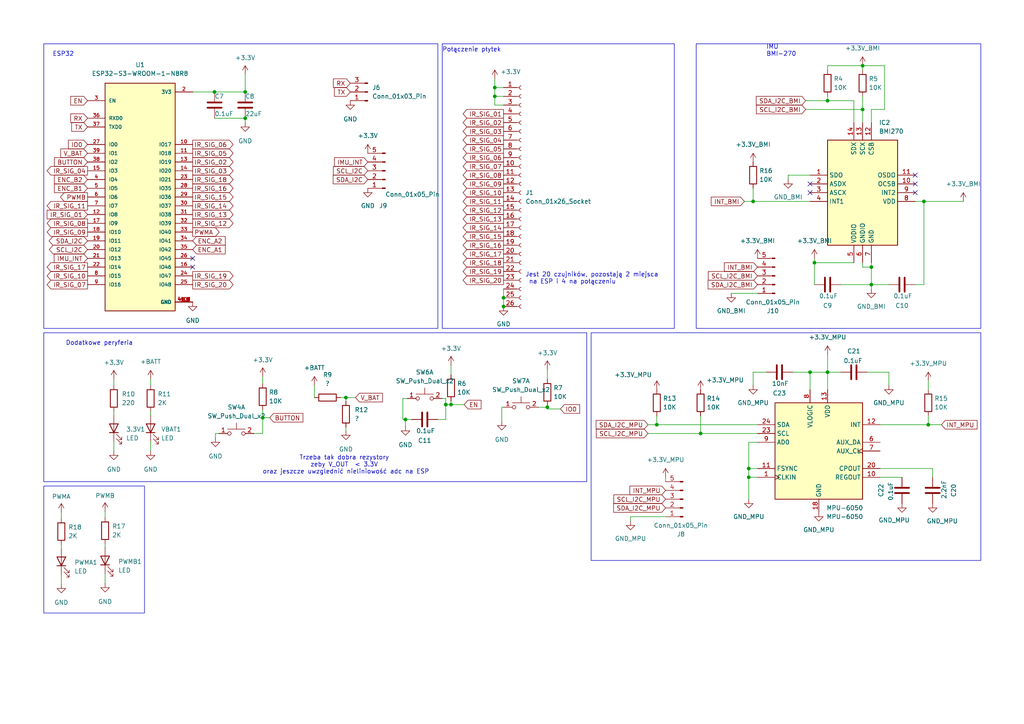
<source format=kicad_sch>
(kicad_sch (version 20231120) (generator "eeschema") (generator_version "8.0")
  (paper "A4")
  (title_block (title "Płytka główna") (date "01.05.2024"))
  (junction (at 269.24 123.19))
  (junction (at 158.75 118.11))
  (junction (at 190.5 123.19))
  (junction (at 143.51 25.4))
  (junction (at 143.51 27.94))
  (junction (at 252.73 77.47))
  (junction (at 234.95 107.95))
  (junction (at 62.23 26.67))
  (junction (at 236.22 76.2))
  (junction (at 217.17 138.43))
  (junction (at 76.2 121.158))
  (junction (at 129.286 117.348))
  (junction (at 240.03 29.21))
  (junction (at 130.81 117.348))
  (junction (at 203.2 125.73))
  (junction (at 250.19 31.75))
  (junction (at 71.12 34.29))
  (junction (at 146.05 86.36))
  (junction (at 217.17 135.89))
  (junction (at 240.03 107.95))
  (junction (at 117.602 121.666))
  (junction (at 71.12 26.67))
  (junction (at 252.73 82.55))
  (junction (at 218.44 58.42))
  (junction (at 250.19 19.05))
  (junction (at 267.97 58.42))
  (junction (at 100.33 115.316))
  (junction (at 146.05 88.9))
  (no_connect (at 265.43 55.88))
  (no_connect (at 265.43 53.34))
  (no_connect (at 55.88 77.47))
  (no_connect (at 234.95 53.34))
  (no_connect (at 234.95 55.88))
  (no_connect (at 265.43 50.8))
  (no_connect (at 55.88 74.93))
  (wire (pts (xy 17.78 166.624) (xy 17.78 169.418)))
  (wire (pts (xy 62.23 34.29) (xy 71.12 34.29)))
  (wire (pts (xy 129.286 115.57) (xy 129.286 117.348)))
  (wire (pts (xy 217.17 135.89) (xy 219.71 135.89)))
  (wire (pts (xy 190.5 123.19) (xy 219.71 123.19)))
  (wire (pts (xy 43.688 109.982) (xy 43.688 111.76)))
  (wire (pts (xy 252.73 77.47) (xy 252.73 82.55)))
  (wire (pts (xy 116.84 115.57) (xy 118.11 115.57)))
  (wire (pts (xy 256.54 31.75) (xy 256.54 19.05)))
  (wire (pts (xy 247.65 29.21) (xy 247.65 35.56)))
  (wire (pts (xy 62.484 125.73) (xy 63.5 125.73)))
  (wire (pts (xy 143.51 25.4) (xy 143.51 27.94)))
  (wire (pts (xy 43.688 119.38) (xy 43.688 120.396)))
  (wire (pts (xy 267.97 58.42) (xy 279.4 58.42)))
  (wire (pts (xy 236.22 76.2) (xy 236.22 82.55)))
  (wire (pts (xy 252.73 31.75) (xy 256.54 31.75)))
  (wire (pts (xy 240.03 19.05) (xy 240.03 20.32)))
  (wire (pts (xy 217.17 138.43) (xy 219.71 138.43)))
  (wire (pts (xy 143.51 27.94) (xy 143.51 30.48)))
  (wire (pts (xy 76.2 121.158) (xy 78.232 121.158)))
  (wire (pts (xy 269.24 123.19) (xy 273.05 123.19)))
  (wire (pts (xy 219.71 128.27) (xy 217.17 128.27)))
  (wire (pts (xy 236.22 74.93) (xy 236.22 76.2)))
  (wire (pts (xy 255.27 138.43) (xy 261.62 138.43)))
  (wire (pts (xy 17.78 157.988) (xy 17.78 159.004)))
  (wire (pts (xy 116.84 115.57) (xy 116.84 121.666)))
  (wire (pts (xy 100.33 115.316) (xy 100.33 116.332)))
  (wire (pts (xy 158.75 118.11) (xy 158.75 118.618)))
  (wire (pts (xy 117.602 123.698) (xy 117.602 121.666)))
  (wire (pts (xy 182.88 149.86) (xy 193.04 149.86)))
  (wire (pts (xy 146.05 86.36) (xy 146.05 88.9)))
  (wire (pts (xy 203.2 125.73) (xy 219.71 125.73)))
  (wire (pts (xy 228.6 50.8) (xy 234.95 50.8)))
  (wire (pts (xy 30.48 157.734) (xy 30.48 158.75)))
  (wire (pts (xy 17.78 148.59) (xy 17.78 150.368)))
  (wire (pts (xy 76.2 121.158) (xy 76.2 118.872)))
  (wire (pts (xy 255.27 123.19) (xy 269.24 123.19)))
  (wire (pts (xy 71.12 35.56) (xy 71.12 34.29)))
  (wire (pts (xy 30.48 148.336) (xy 30.48 150.114)))
  (wire (pts (xy 182.88 149.86) (xy 182.88 151.13)))
  (wire (pts (xy 203.2 120.65) (xy 203.2 125.73)))
  (wire (pts (xy 222.25 107.95) (xy 218.44 107.95)))
  (wire (pts (xy 217.17 135.89) (xy 217.17 138.43)))
  (wire (pts (xy 218.44 107.95) (xy 218.44 111.76)))
  (wire (pts (xy 127 121.666) (xy 129.286 121.666)))
  (wire (pts (xy 117.602 121.666) (xy 119.38 121.666)))
  (wire (pts (xy 43.688 128.016) (xy 43.688 130.81)))
  (wire (pts (xy 240.03 102.87) (xy 240.03 107.95)))
  (wire (pts (xy 156.21 118.11) (xy 158.75 118.11)))
  (wire (pts (xy 33.02 119.38) (xy 33.02 120.396)))
  (wire (pts (xy 212.09 85.09) (xy 219.71 85.09)))
  (wire (pts (xy 143.51 27.94) (xy 146.05 27.94)))
  (wire (pts (xy 158.75 118.11) (xy 158.75 117.602)))
  (wire (pts (xy 252.73 31.75) (xy 252.73 35.56)))
  (wire (pts (xy 252.73 82.55) (xy 252.73 83.82)))
  (wire (pts (xy 240.03 27.94) (xy 240.03 29.21)))
  (wire (pts (xy 229.87 107.95) (xy 234.95 107.95)))
  (wire (pts (xy 240.03 29.21) (xy 247.65 29.21)))
  (wire (pts (xy 234.95 107.95) (xy 234.95 113.03)))
  (wire (pts (xy 193.04 139.7) (xy 193.04 138.43)))
  (wire (pts (xy 250.19 77.47) (xy 250.19 76.2)))
  (wire (pts (xy 143.51 22.86) (xy 143.51 25.4)))
  (wire (pts (xy 187.96 125.73) (xy 203.2 125.73)))
  (wire (pts (xy 146.05 83.82) (xy 146.05 86.36)))
  (wire (pts (xy 215.9 58.42) (xy 218.44 58.42)))
  (wire (pts (xy 252.73 77.47) (xy 250.19 77.47)))
  (wire (pts (xy 252.73 77.47) (xy 252.73 76.2)))
  (wire (pts (xy 267.97 82.55) (xy 267.97 58.42)))
  (wire (pts (xy 33.02 128.016) (xy 33.02 130.81)))
  (wire (pts (xy 252.73 82.55) (xy 243.84 82.55)))
  (wire (pts (xy 250.19 31.75) (xy 250.19 35.56)))
  (wire (pts (xy 143.51 30.48) (xy 146.05 30.48)))
  (wire (pts (xy 187.96 123.19) (xy 190.5 123.19)))
  (wire (pts (xy 100.33 124.968) (xy 100.33 123.952)))
  (wire (pts (xy 130.81 117.348) (xy 134.62 117.348)))
  (wire (pts (xy 240.03 19.05) (xy 250.19 19.05)))
  (wire (pts (xy 240.03 107.95) (xy 240.03 113.03)))
  (wire (pts (xy 76.2 109.22) (xy 76.2 111.252)))
  (wire (pts (xy 218.44 54.61) (xy 218.44 58.42)))
  (wire (pts (xy 130.81 108.712) (xy 130.81 105.918)))
  (wire (pts (xy 234.95 107.95) (xy 240.03 107.95)))
  (wire (pts (xy 98.806 115.316) (xy 100.33 115.316)))
  (wire (pts (xy 100.33 115.316) (xy 103.124 115.316)))
  (wire (pts (xy 71.12 26.67) (xy 71.12 21.59)))
  (wire (pts (xy 243.84 107.95) (xy 240.03 107.95)))
  (wire (pts (xy 129.286 121.666) (xy 129.286 117.348)))
  (wire (pts (xy 257.81 111.76) (xy 257.81 107.95)))
  (wire (pts (xy 158.75 118.618) (xy 162.56 118.618)))
  (wire (pts (xy 128.27 115.57) (xy 129.286 115.57)))
  (wire (pts (xy 265.43 58.42) (xy 267.97 58.42)))
  (wire (pts (xy 269.24 123.19) (xy 269.24 120.65)))
  (wire (pts (xy 250.19 27.94) (xy 250.19 31.75)))
  (wire (pts (xy 145.542 118.11) (xy 145.542 122.174)))
  (wire (pts (xy 76.2 121.158) (xy 76.2 125.73)))
  (wire (pts (xy 129.286 117.348) (xy 130.81 117.348)))
  (wire (pts (xy 218.44 58.42) (xy 234.95 58.42)))
  (wire (pts (xy 130.81 117.348) (xy 130.81 116.332)))
  (wire (pts (xy 30.48 166.37) (xy 30.48 169.164)))
  (wire (pts (xy 251.46 107.95) (xy 257.81 107.95)))
  (wire (pts (xy 217.17 128.27) (xy 217.17 135.89)))
  (wire (pts (xy 158.75 109.982) (xy 158.75 107.188)))
  (wire (pts (xy 71.12 26.67) (xy 62.23 26.67)))
  (wire (pts (xy 270.51 135.89) (xy 270.51 138.43)))
  (wire (pts (xy 62.484 127) (xy 62.484 125.73)))
  (wire (pts (xy 55.88 26.67) (xy 62.23 26.67)))
  (wire (pts (xy 116.84 121.666) (xy 117.602 121.666)))
  (wire (pts (xy 146.05 118.11) (xy 145.542 118.11)))
  (wire (pts (xy 33.02 109.982) (xy 33.02 111.76)))
  (wire (pts (xy 190.5 120.65) (xy 190.5 123.19)))
  (wire (pts (xy 269.24 110.49) (xy 269.24 113.03)))
  (wire (pts (xy 228.6 52.07) (xy 228.6 50.8)))
  (wire (pts (xy 73.66 125.73) (xy 76.2 125.73)))
  (wire (pts (xy 233.68 31.75) (xy 250.19 31.75)))
  (wire (pts (xy 265.43 82.55) (xy 267.97 82.55)))
  (wire (pts (xy 143.51 25.4) (xy 146.05 25.4)))
  (wire (pts (xy 217.17 138.43) (xy 217.17 144.78)))
  (wire (pts (xy 91.186 111.76) (xy 91.186 115.316)))
  (wire (pts (xy 247.65 76.2) (xy 236.22 76.2)))
  (wire (pts (xy 256.54 19.05) (xy 250.19 19.05)))
  (wire (pts (xy 233.68 29.21) (xy 240.03 29.21)))
  (wire (pts (xy 250.19 20.32) (xy 250.19 19.05)))
  (wire (pts (xy 255.27 135.89) (xy 270.51 135.89)))
  (wire (pts (xy 252.73 82.55) (xy 257.81 82.55)))
  (rectangle (start 12.7 140.97) (end 41.91 177.8))
  (rectangle (start 12.7 12.7) (end 127 95.25))
  (rectangle (start 201.93 12.7) (end 284.48 95.25))
  (rectangle (start 12.7 96.52) (end 170.18 139.7))
  (rectangle (start 128.27 12.7) (end 195.58 95.25))
  (rectangle (start 171.45 96.52) (end 284.48 162.56))
  (text "IMU\nBMI-270\n" (at 222.25 16.51 0) (effects (font (size 1.27 1.27)) (justify left bottom)))
  (text "Połączenie płytek\n" (at 128.27 15.24 0) (effects (font (size 1.27 1.27)) (justify left bottom)))
  (text "Jest 20 czujników, pozostają 2 miejsca\n na ESP i 4 na połączeniu" (at 152.4 82.55 0) (effects (font (size 1.27 1.27)) (justify left bottom)))
  (text "ESP32\n" (at 15.24 16.51 0) (effects (font (size 1.27 1.27)) (justify left bottom)))
  (text "Dodatkowe peryferia\n" (at 19.05 100.33 0) (effects (font (size 1.27 1.27)) (justify left bottom)))
  (text "Trzeba tak dobra rezystory \nzeby V_OUT  < 3.3V \noraz jeszcze uwzglednić nieliniowość adc na ESP" (at 100.33 134.874 0) (effects (font (size 1.27 1.27))))
  (global_label "IR_SIG_14" (shape output) (at 146.05 66.04 180) (property "Intersheetrefs" "${INTERSHEET_REFS}" (effects (hide yes))))
  (global_label "IR_SIG_05" (shape output) (at 146.05 43.18 180) (property "Intersheetrefs" "${INTERSHEET_REFS}" (effects (hide yes))))
  (global_label "IR_SIG_06" (shape output) (at 55.88 41.91 0) (property "Intersheetrefs" "${INTERSHEET_REFS}" (effects (hide yes))))
  (global_label "IR_SIG_20" (shape output) (at 55.88 82.55 0) (property "Intersheetrefs" "${INTERSHEET_REFS}" (effects (hide yes))))
  (global_label "IR_SIG_16" (shape output) (at 55.88 54.61 0) (property "Intersheetrefs" "${INTERSHEET_REFS}" (effects (hide yes))))
  (global_label "IR_SIG_19" (shape output) (at 146.05 78.74 180) (property "Intersheetrefs" "${INTERSHEET_REFS}" (effects (hide yes))))
  (global_label "IR_SIG_11" (shape output) (at 146.05 58.42 180) (property "Intersheetrefs" "${INTERSHEET_REFS}" (effects (hide yes))))
  (global_label "IO0" (shape input) (at 25.4 41.91 180) (property "Intersheetrefs" "${INTERSHEET_REFS}" (effects (hide yes))))
  (global_label "IMU_INT" (shape input) (at 106.68 46.99 180) (property "Intersheetrefs" "${INTERSHEET_REFS}" (effects (hide yes))))
  (global_label "PWMA" (shape output) (at 55.88 67.31 0) (property "Intersheetrefs" "${INTERSHEET_REFS}" (effects (hide yes))))
  (global_label "ENC_B2" (shape input) (at 25.4 52.07 180) (property "Intersheetrefs" "${INTERSHEET_REFS}" (effects (hide yes))))
  (global_label "TX" (shape input) (at 101.6 26.67 180) (property "Intersheetrefs" "${INTERSHEET_REFS}" (effects (hide yes))))
  (global_label "EN" (shape input) (at 134.62 117.348 0) (property "Intersheetrefs" "${INTERSHEET_REFS}" (effects (hide yes))))
  (global_label "IR_SIG_06" (shape output) (at 146.05 45.72 180) (property "Intersheetrefs" "${INTERSHEET_REFS}" (effects (hide yes))))
  (global_label "SCL_I2C_MPU" (shape input) (at 193.04 144.78 180) (property "Intersheetrefs" "${INTERSHEET_REFS}" (effects (hide yes))))
  (global_label "IMU_INT" (shape input) (at 25.4 74.93 180) (property "Intersheetrefs" "${INTERSHEET_REFS}" (effects (hide yes))))
  (global_label "IR_SIG_05" (shape output) (at 55.88 44.45 0) (property "Intersheetrefs" "${INTERSHEET_REFS}" (effects (hide yes))))
  (global_label "SCL_I2C" (shape bidirectional) (at 25.4 72.39 180) (property "Intersheetrefs" "${INTERSHEET_REFS}" (effects (hide yes))))
  (global_label "IR_SIG_16" (shape output) (at 146.05 71.12 180) (property "Intersheetrefs" "${INTERSHEET_REFS}" (effects (hide yes))))
  (global_label "IR_SIG_02" (shape output) (at 55.88 46.99 0) (property "Intersheetrefs" "${INTERSHEET_REFS}" (effects (hide yes))))
  (global_label "SCL_I2C_MPU" (shape input) (at 187.96 125.73 180) (property "Intersheetrefs" "${INTERSHEET_REFS}" (effects (hide yes))))
  (global_label "V_BAT" (shape input) (at 25.4 44.45 180) (property "Intersheetrefs" "${INTERSHEET_REFS}" (effects (hide yes))))
  (global_label "IR_SIG_07" (shape output) (at 146.05 48.26 180) (property "Intersheetrefs" "${INTERSHEET_REFS}" (effects (hide yes))))
  (global_label "IR_SIG_13" (shape output) (at 146.05 63.5 180) (property "Intersheetrefs" "${INTERSHEET_REFS}" (effects (hide yes))))
  (global_label "V_BAT" (shape input) (at 103.124 115.316 0) (property "Intersheetrefs" "${INTERSHEET_REFS}" (effects (hide yes))))
  (global_label "IR_SIG_20" (shape output) (at 146.05 81.28 180) (property "Intersheetrefs" "${INTERSHEET_REFS}" (effects (hide yes))))
  (global_label "IR_SIG_15" (shape output) (at 55.88 57.15 0) (property "Intersheetrefs" "${INTERSHEET_REFS}" (effects (hide yes))))
  (global_label "INT_BMI" (shape input) (at 219.71 77.47 180) (property "Intersheetrefs" "${INTERSHEET_REFS}" (effects (hide yes))))
  (global_label "BUTTON" (shape input) (at 78.232 121.158 0) (property "Intersheetrefs" "${INTERSHEET_REFS}" (effects (hide yes))))
  (global_label "IR_SIG_17" (shape output) (at 25.4 77.47 180) (property "Intersheetrefs" "${INTERSHEET_REFS}" (effects (hide yes))))
  (global_label "IR_SIG_10" (shape output) (at 146.05 55.88 180) (property "Intersheetrefs" "${INTERSHEET_REFS}" (effects (hide yes))))
  (global_label "IR_SIG_07" (shape output) (at 25.4 82.55 180) (property "Intersheetrefs" "${INTERSHEET_REFS}" (effects (hide yes))))
  (global_label "IO0" (shape input) (at 162.56 118.618 0) (property "Intersheetrefs" "${INTERSHEET_REFS}" (effects (hide yes))))
  (global_label "BUTTON" (shape input) (at 25.4 46.99 180) (property "Intersheetrefs" "${INTERSHEET_REFS}" (effects (hide yes))))
  (global_label "SDA_I2C_BMI" (shape input) (at 219.71 82.55 180) (property "Intersheetrefs" "${INTERSHEET_REFS}" (effects (hide yes))))
  (global_label "SCL_I2C_BMI" (shape input) (at 219.71 80.01 180) (property "Intersheetrefs" "${INTERSHEET_REFS}" (effects (hide yes))))
  (global_label "TX" (shape input) (at 25.4 36.83 180) (property "Intersheetrefs" "${INTERSHEET_REFS}" (effects (hide yes))))
  (global_label "RX" (shape input) (at 101.6 24.13 180) (property "Intersheetrefs" "${INTERSHEET_REFS}" (effects (hide yes))))
  (global_label "IR_SIG_02" (shape output) (at 146.05 35.56 180) (property "Intersheetrefs" "${INTERSHEET_REFS}" (effects (hide yes))))
  (global_label "IR_SIG_04" (shape output) (at 25.4 49.53 180) (property "Intersheetrefs" "${INTERSHEET_REFS}" (effects (hide yes))))
  (global_label "IR_SIG_08" (shape output) (at 146.05 50.8 180) (property "Intersheetrefs" "${INTERSHEET_REFS}" (effects (hide yes))))
  (global_label "IR_SIG_12" (shape output) (at 146.05 60.96 180) (property "Intersheetrefs" "${INTERSHEET_REFS}" (effects (hide yes))))
  (global_label "IR_SIG_18" (shape output) (at 55.88 52.07 0) (property "Intersheetrefs" "${INTERSHEET_REFS}" (effects (hide yes))))
  (global_label "IR_SIG_09" (shape output) (at 146.05 53.34 180) (property "Intersheetrefs" "${INTERSHEET_REFS}" (effects (hide yes))))
  (global_label "IR_SIG_18" (shape output) (at 146.05 76.2 180) (property "Intersheetrefs" "${INTERSHEET_REFS}" (effects (hide yes))))
  (global_label "IR_SIG_14" (shape output) (at 55.88 59.69 0) (property "Intersheetrefs" "${INTERSHEET_REFS}" (effects (hide yes))))
  (global_label "SDA_I2C" (shape input) (at 106.68 52.07 180) (property "Intersheetrefs" "${INTERSHEET_REFS}" (effects (hide yes))))
  (global_label "PWMB" (shape output) (at 25.4 57.15 180) (property "Intersheetrefs" "${INTERSHEET_REFS}" (effects (hide yes))))
  (global_label "IR_SIG_11" (shape output) (at 25.4 59.69 180) (property "Intersheetrefs" "${INTERSHEET_REFS}" (effects (hide yes))))
  (global_label "SDA_I2C_BMI" (shape input) (at 233.68 29.21 180) (property "Intersheetrefs" "${INTERSHEET_REFS}" (effects (hide yes))))
  (global_label "IR_SIG_04" (shape output) (at 146.05 40.64 180) (property "Intersheetrefs" "${INTERSHEET_REFS}" (effects (hide yes))))
  (global_label "ENC_A1" (shape input) (at 55.88 72.39 0) (property "Intersheetrefs" "${INTERSHEET_REFS}" (effects (hide yes))))
  (global_label "IR_SIG_03" (shape output) (at 55.88 49.53 0) (property "Intersheetrefs" "${INTERSHEET_REFS}" (effects (hide yes))))
  (global_label "IR_SIG_01" (shape output) (at 146.05 33.02 180) (property "Intersheetrefs" "${INTERSHEET_REFS}" (effects (hide yes))))
  (global_label "ENC_B1" (shape input) (at 25.4 54.61 180) (property "Intersheetrefs" "${INTERSHEET_REFS}" (effects (hide yes))))
  (global_label "IR_SIG_01" (shape input) (at 25.4 62.23 180) (property "Intersheetrefs" "${INTERSHEET_REFS}" (effects (hide yes))))
  (global_label "SDA_I2C" (shape bidirectional) (at 25.4 69.85 180) (property "Intersheetrefs" "${INTERSHEET_REFS}" (effects (hide yes))))
  (global_label "SCL_I2C" (shape input) (at 106.68 49.53 180) (property "Intersheetrefs" "${INTERSHEET_REFS}" (effects (hide yes))))
  (global_label "INT_BMI" (shape input) (at 215.9 58.42 180) (property "Intersheetrefs" "${INTERSHEET_REFS}" (effects (hide yes))))
  (global_label "IR_SIG_03" (shape output) (at 146.05 38.1 180) (property "Intersheetrefs" "${INTERSHEET_REFS}" (effects (hide yes))))
  (global_label "IR_SIG_13" (shape output) (at 55.88 62.23 0) (property "Intersheetrefs" "${INTERSHEET_REFS}" (effects (hide yes))))
  (global_label "INT_MPU" (shape input) (at 193.04 142.24 180) (property "Intersheetrefs" "${INTERSHEET_REFS}" (effects (hide yes))))
  (global_label "IR_SIG_10" (shape output) (at 25.4 80.01 180) (property "Intersheetrefs" "${INTERSHEET_REFS}" (effects (hide yes))))
  (global_label "RX" (shape input) (at 25.4 34.29 180) (property "Intersheetrefs" "${INTERSHEET_REFS}" (effects (hide yes))))
  (global_label "SCL_I2C_BMI" (shape input) (at 233.68 31.75 180) (property "Intersheetrefs" "${INTERSHEET_REFS}" (effects (hide yes))))
  (global_label "EN" (shape input) (at 25.4 29.21 180) (property "Intersheetrefs" "${INTERSHEET_REFS}" (effects (hide yes))))
  (global_label "INT_MPU" (shape input) (at 273.05 123.19 0) (property "Intersheetrefs" "${INTERSHEET_REFS}" (effects (hide yes))))
  (global_label "IR_SIG_19" (shape output) (at 55.88 80.01 0) (property "Intersheetrefs" "${INTERSHEET_REFS}" (effects (hide yes))))
  (global_label "IR_SIG_09" (shape output) (at 25.4 67.31 180) (property "Intersheetrefs" "${INTERSHEET_REFS}" (effects (hide yes))))
  (global_label "IR_SIG_17" (shape output) (at 146.05 73.66 180) (property "Intersheetrefs" "${INTERSHEET_REFS}" (effects (hide yes))))
  (global_label "SDA_I2C_MPU" (shape input) (at 193.04 147.32 180) (property "Intersheetrefs" "${INTERSHEET_REFS}" (effects (hide yes))))
  (global_label "ENC_A2" (shape input) (at 55.88 69.85 0) (property "Intersheetrefs" "${INTERSHEET_REFS}" (effects (hide yes))))
  (global_label "IR_SIG_08" (shape output) (at 25.4 64.77 180) (property "Intersheetrefs" "${INTERSHEET_REFS}" (effects (hide yes))))
  (global_label "IR_SIG_12" (shape output) (at 55.88 64.77 0) (property "Intersheetrefs" "${INTERSHEET_REFS}" (effects (hide yes))))
  (global_label "IR_SIG_15" (shape output) (at 146.05 68.58 180) (property "Intersheetrefs" "${INTERSHEET_REFS}" (effects (hide yes))))
  (global_label "SDA_I2C_MPU" (shape input) (at 187.96 123.19 180) (property "Intersheetrefs" "${INTERSHEET_REFS}" (effects (hide yes))))
  (symbol (lib_id "power:GND") (at 146.05 88.9 0) (unit 1)
    (property "Reference" "#PWR016" (effects (hide yes)))
    (property "Value" "GND" (at 146.05 93.98 0))
    (instances (project "Płytka główna" (path "" (reference "#PWR016") (unit 1))) (project "LF_1" (path "" (reference "#PWR05") (unit 1)) (path "" (reference "#PWR035") (unit 1)) (path "" (reference "#PWR069") (unit 1)) (path "" (reference "#PWR069") (unit 1))))
  )
  (symbol (lib_id "power:+3.3V") (at 143.51 22.86 0) (unit 1)
    (property "Reference" "#PWR08" (effects (hide yes)))
    (property "Value" "+3.3V" (at 148.082 20.828 0))
    (instances (project "Płytka główna" (path "" (reference "#PWR08") (unit 1))) (project "LF_1" (path "" (reference "#PWR04") (unit 1)) (path "" (reference "#PWR067") (unit 1)) (path "" (reference "#PWR067") (unit 1))))
  )
  (symbol (lib_id "Device:C") (at 62.23 30.48 180) (unit 1)
    (property "Reference" "C7" (at 62.23 27.94 0) (effects (justify right)))
    (property "Value" "0.1uF" (at 62.23 33.02 0) (effects (justify right)))
    (property "Footprint" "Capacitor_SMD:C_0603_1608Metric" (effects (hide yes)))
    (instances (project "Płytka główna" (path "" (reference "C7") (unit 1))) (project "LF_1" (path "" (reference "C6") (unit 1))))
  )
  (symbol (lib_id "Device:R") (at 250.19 24.13 0) (unit 1)
    (property "Reference" "R5" (at 251.968 22.8599 0) (effects (justify left)))
    (property "Value" "10K" (at 251.968 25.3999 0) (effects (justify left)))
    (property "Footprint" "Resistor_SMD:R_0603_1608Metric" (effects (hide yes)))
    (instances (project "Płytka główna" (path "" (reference "R5") (unit 1))) (project "LF_1" (path "" (reference "R5") (unit 1)) (path "" (reference "R24") (unit 1))))
  )
  (symbol (lib_id "power:GND") (at 30.48 169.164 0) (unit 1)
    (property "Reference" "#PWR066" (effects (hide yes)))
    (property "Value" "GND" (at 30.48 174.498 0))
  )
  (symbol (lib_id "Device:R") (at 33.02 115.57 0) (unit 1)
    (property "Reference" "R10" (at 35.306 114.2999 0) (effects (justify left)))
    (property "Value" "220" (at 35.306 116.8399 0) (effects (justify left)))
    (property "Footprint" "Resistor_SMD:R_0603_1608Metric" (effects (hide yes)))
    (instances (project "Płytka główna" (path "" (reference "R10") (unit 1))) (project "LF_1" (path "" (reference "R1") (unit 1)) (path "" (reference "R8") (unit 1))))
  )
  (symbol (lib_id "Device:R") (at 17.78 154.178 0) (unit 1)
    (property "Reference" "R18" (at 19.812 152.9079 0) (effects (justify left)))
    (property "Value" "2K" (at 19.812 155.4479 0) (effects (justify left)))
    (property "Footprint" "Resistor_SMD:R_0603_1608Metric" (effects (hide yes)))
  )
  (symbol (lib_id "Switch:SW_Push_Dual_x2") (at 68.58 125.73 0) (unit 1)
    (property "Reference" "SW4" (at 68.58 118.11 0))
    (property "Value" "SW_Push_Dual_x2" (at 68.58 120.65 0))
    (property "Footprint" "Button_Switch_THT:SW_PUSH_6mm_H7.3mm" (effects (hide yes)))
    (property "Description" "Push button switch, generic, separate symbols, four pins" (effects (hide yes)))
  )
  (symbol (lib_id "power:+3.3V") (at 71.12 21.59 0) (unit 1)
    (property "Reference" "#PWR06" (effects (hide yes)))
    (property "Value" "+3.3V" (at 71.12 16.764 0))
    (instances (project "Płytka główna" (path "" (reference "#PWR06") (unit 1))) (project "LF_1" (path "" (reference "#PWR024") (unit 1)) (path "" (reference "#PWR06") (unit 1))))
  )
  (symbol (lib_id "Device:LED") (at 33.02 124.206 90) (unit 1)
    (property "Reference" "3.3V1" (at 36.576 124.5234 90) (effects (justify right)))
    (property "Value" "LED" (at 36.576 127.0634 90) (effects (justify right)))
    (property "Footprint" "LED_SMD:LED_0603_1608Metric" (effects (hide yes)))
  )
  (symbol (lib_id "power:+3.3V") (at 33.02 109.982 0) (unit 1)
    (property "Reference" "#PWR020" (effects (hide yes)))
    (property "Value" "+3.3V" (at 33.02 105.156 0))
    (instances (project "Płytka główna" (path "" (reference "#PWR020") (unit 1))) (project "LF_1" (path "" (reference "#PWR018") (unit 1)) (path "" (reference "#PWR016") (unit 1))))
  )
  (symbol (lib_id "power:+3.3V") (at 250.19 19.05 0) (unit 1)
    (property "Reference" "#PWR069" (effects (hide yes)))
    (property "Value" "+3.3V_BMI" (at 250.19 13.97 0))
  )
  (symbol (lib_id "power:+3.3V") (at 106.68 44.45 0) (unit 1)
    (property "Reference" "#PWR079" (effects (hide yes)))
    (property "Value" "+3.3V" (at 106.68 39.37 0))
  )
  (symbol (lib_id "power:+3.3V") (at 158.75 107.188 0) (unit 1)
    (property "Reference" "#PWR018" (effects (hide yes)))
    (property "Value" "+3.3V" (at 158.75 102.362 0))
    (instances (project "Płytka główna" (path "" (reference "#PWR018") (unit 1))) (project "LF_1" (path "" (reference "#PWR027") (unit 1)) (path "" (reference "#PWR09") (unit 1))))
  )
  (symbol (lib_id "Switch:SW_Push_Dual_x2") (at 123.19 115.57 0) (unit 1)
    (property "Reference" "SW6" (at 123.19 107.95 0))
    (property "Value" "SW_Push_Dual_x2" (at 123.19 110.49 0))
    (property "Footprint" "Button_Switch_SMD:SW_Push_1P1T_XKB_TS-1187A" (effects (hide yes)))
    (property "Description" "Push button switch, generic, separate symbols, four pins" (effects (hide yes)))
  )
  (symbol (lib_id "Device:R") (at 158.75 113.792 0) (unit 1)
    (property "Reference" "R7" (at 160.528 112.5219 0) (effects (justify left)))
    (property "Value" "10K" (at 160.528 115.0619 0) (effects (justify left)))
    (property "Footprint" "Resistor_SMD:R_0603_1608Metric" (effects (hide yes)))
    (instances (project "Płytka główna" (path "" (reference "R7") (unit 1))) (project "LF_1" (path "" (reference "R5") (unit 1)) (path "" (reference "R5") (unit 1))))
  )
  (symbol (lib_id "power:+3.3V") (at 190.5 113.03 0) (unit 1)
    (property "Reference" "#PWR068" (effects (hide yes)))
    (property "Value" "+3.3V_MPU" (at 183.642 108.712 0))
  )
  (symbol (lib_id "power:GND") (at 62.484 127 0) (unit 1)
    (property "Reference" "#PWR026" (effects (hide yes)))
    (property "Value" "GND" (at 62.484 132.334 0))
    (instances (project "Płytka główna" (path "" (reference "#PWR026") (unit 1))) (project "LF_1" (path "" (reference "#PWR020") (unit 1)) (path "" (reference "#PWR018") (unit 1))))
  )
  (symbol (lib_id "power:GND") (at 218.44 111.76 0) (unit 1)
    (property "Reference" "#PWR075" (effects (hide yes)))
    (property "Value" "GND_MPU" (at 218.44 116.84 0))
  )
  (symbol (lib_id "Device:C") (at 123.19 121.666 90) (unit 1)
    (property "Reference" "C11" (at 123.19 127.762 90))
    (property "Value" "0.1uF" (at 123.444 124.968 90))
    (property "Footprint" "Capacitor_SMD:C_0603_1608Metric" (effects (hide yes)))
    (instances (project "Płytka główna" (path "" (reference "C11") (unit 1))) (project "LF_1" (path "" (reference "C5") (unit 1)) (path "" (reference "C7") (unit 1))))
  )
  (symbol (lib_id "power:+3.3V") (at 219.71 74.93 0) (unit 1)
    (property "Reference" "#PWR063" (effects (hide yes)))
    (property "Value" "+3.3V_BMI" (at 219.71 69.85 0))
  )
  (symbol (lib_id "power:GND") (at 145.542 122.174 0) (unit 1)
    (property "Reference" "#PWR023" (effects (hide yes)))
    (property "Value" "GND" (at 145.542 127.508 0))
    (instances (project "Płytka główna" (path "" (reference "#PWR023") (unit 1))) (project "LF_1" (path "" (reference "#PWR030") (unit 1)) (path "" (reference "#PWR012") (unit 1))))
  )
  (symbol (lib_id "power:GND") (at 117.602 123.698 0) (unit 1)
    (property "Reference" "#PWR024" (effects (hide yes)))
    (property "Value" "GND" (at 117.602 129.032 0))
    (instances (project "Płytka główna" (path "" (reference "#PWR024") (unit 1))) (project "LF_1" (path "" (reference "#PWR025") (unit 1)) (path "" (reference "#PWR07") (unit 1))))
  )
  (symbol (lib_id "power:+3.3V") (at 218.44 46.99 0) (unit 1)
    (property "Reference" "#PWR078" (effects (hide yes)))
    (property "Value" "+3.3V_BMI" (at 218.44 41.91 0))
  )
  (symbol (lib_id "power:+3.3V") (at 240.03 102.87 0) (unit 1)
    (property "Reference" "#PWR073" (effects (hide yes)))
    (property "Value" "+3.3V_MPU" (at 240.03 97.79 0))
  )
  (symbol (lib_id "Device:LED") (at 17.78 162.814 90) (unit 1)
    (property "Reference" "PWMA1" (at 21.59 163.1314 90) (effects (justify right)))
    (property "Value" "LED" (at 21.59 165.6714 90) (effects (justify right)))
    (property "Footprint" "LED_SMD:LED_0603_1608Metric" (effects (hide yes)))
  )
  (symbol (lib_id "power:GND") (at 252.73 83.82 0) (unit 1)
    (property "Reference" "#PWR014" (effects (hide yes)))
    (property "Value" "GND_BMI" (at 252.73 88.9 0))
    (instances (project "Płytka główna" (path "" (reference "#PWR014") (unit 1))) (project "LF_1" (path "" (reference "#PWR030") (unit 1)) (path "" (reference "#PWR062") (unit 1))))
  )
  (symbol (lib_id "Device:C") (at 270.51 142.24 180) (unit 1)
    (property "Reference" "C20" (at 276.606 142.24 90))
    (property "Value" "2.2nF" (at 273.812 141.986 90))
    (property "Footprint" "Capacitor_SMD:C_0603_1608Metric" (effects (hide yes)))
  )
  (symbol (lib_id "Device:R") (at 94.996 115.316 90) (unit 1)
    (property "Reference" "R9" (at 94.996 108.712 90))
    (property "Value" "?" (at 94.996 111.252 90))
    (property "Footprint" "Resistor_SMD:R_0603_1608Metric" (effects (hide yes)))
    (instances (project "Płytka główna" (path "" (reference "R9") (unit 1))) (project "LF_1" (path "" (reference "R6") (unit 1)) (path "" (reference "R6") (unit 1))))
  )
  (symbol (lib_id "power:GND") (at 17.78 169.418 0) (unit 1)
    (property "Reference" "#PWR081" (effects (hide yes)))
    (property "Value" "GND" (at 17.78 174.752 0))
  )
  (symbol (lib_id "power:GND") (at 101.6 29.21 0) (unit 1)
    (property "Reference" "#PWR09" (effects (hide yes)))
    (property "Value" "GND" (at 101.6 34.544 0))
    (instances (project "Płytka główna" (path "" (reference "#PWR09") (unit 1))) (project "LF_1" (path "" (reference "#PWR028") (unit 1)) (path "" (reference "#PWR010") (unit 1))))
  )
  (symbol (lib_id "power:GND") (at 270.51 146.05 0) (unit 1)
    (property "Reference" "#PWR062" (effects (hide yes)))
    (property "Value" "GND_MPU" (at 273.304 151.13 0))
  )
  (symbol (lib_id "Connector:Conn_01x26_Socket") (at 151.13 55.88 0) (unit 1)
    (property "Reference" "J1" (at 152.4 55.88 0) (effects (justify left)))
    (property "Value" "Conn_01x26_Socket" (at 152.4 58.42 0) (effects (justify left)))
    (property "Footprint" "Connector_FFC-FPC:Molex_200528-0260_1x26-1MP_P1.00mm_Horizontal" (effects (hide yes)))
    (instances (project "Płytka z czujnikami" (path "" (reference "J1") (unit 1))) (project "Płytka główna" (path "" (reference "J2") (unit 1))))
  )
  (symbol (lib_id "power:+BATT") (at 43.688 109.982 0) (unit 1)
    (property "Reference" "#PWR021" (effects (hide yes)))
    (property "Value" "+BATT" (at 43.688 104.902 0))
  )
  (symbol (lib_id "Device:R") (at 203.2 116.84 0) (unit 1)
    (property "Reference" "R14" (at 204.978 115.5699 0) (effects (justify left)))
    (property "Value" "10K" (at 204.978 118.1099 0) (effects (justify left)))
    (property "Footprint" "Resistor_SMD:R_0603_1608Metric" (effects (hide yes)))
    (property "Komentarz" "Umieścić jak najbliżej IMU" (effects (hide yes)))
  )
  (symbol (lib_id "Device:R") (at 240.03 24.13 0) (unit 1)
    (property "Reference" "R4" (at 241.808 22.8599 0) (effects (justify left)))
    (property "Value" "10K" (at 241.808 25.3999 0) (effects (justify left)))
    (property "Footprint" "Resistor_SMD:R_0603_1608Metric" (effects (hide yes)))
    (property "Komentarz" "Umieścić jak najbliżej IMU" (effects (hide yes)))
    (instances (project "Płytka główna" (path "" (reference "R4") (unit 1))) (project "LF_1" (path "" (reference "R5") (unit 1)) (path "" (reference "R23") (unit 1))))
  )
  (symbol (lib_id "Device:LED") (at 30.48 162.56 90) (unit 1)
    (property "Reference" "PWMB1" (at 34.29 162.8774 90) (effects (justify right)))
    (property "Value" "LED" (at 34.29 165.4174 90) (effects (justify right)))
    (property "Footprint" "LED_SMD:LED_0603_1608Metric" (effects (hide yes)))
  )
  (symbol (lib_id "ESP32-S3-WROOM-1-N8R8:ESP32-S3-WROOM-1-N8R8") (at 40.64 57.15 0) (unit 1)
    (property "Reference" "U1" (at 40.64 18.796 0))
    (property "Value" "ESP32-S3-WROOM-1-N8R8" (at 40.64 21.336 0))
    (property "Footprint" "RF_Module:ESP32-S3-WROOM-1" (effects (hide yes)))
    (property "Description" "\nBluetooth, WiFi 802.11b/g/n, Bluetooth v5.0 Transceiver Module 2.4GHz PCB Trace Surface Mount\n" (effects (hide yes)))
    (property "MF" "Espressif Systems" (effects (hide yes)))
    (property "DESCRIPTION" "Bluetooth, WiFi 802.11b/g/n, Bluetooth v5.0 Transceiver Module 2.4GHz PCB Trace Surface Mount" (effects (hide yes)))
    (property "PACKAGE" "SMD-41 Espressif Systems" (effects (hide yes)))
    (property "PRICE" "None" (effects (hide yes)))
    (property "Package" "NON STANDARD Espressif Systems" (effects (hide yes)))
    (property "Check_prices" "https://www.snapeda.com/parts/ESP32-S3-WROOM-1-N8R8/Espressif+Systems/view-part/?ref=eda" (effects (hide yes)))
    (property "Price" "None" (effects (hide yes)))
    (property "SnapEDA_Link" "https://www.snapeda.com/parts/ESP32-S3-WROOM-1-N8R8/Espressif+Systems/view-part/?ref=snap" (effects (hide yes)))
    (property "MP" "ESP32-S3-WROOM-1-N8R8" (effects (hide yes)))
    (property "Purchase-URL" "https://www.snapeda.com/api/url_track_click_mouser/?unipart_id=8936581&manufacturer=Espressif Systems&part_name=ESP32-S3-WROOM-1-N8R8&search_term=esp32 s3" (effects (hide yes)))
    (property "Availability" "In Stock" (effects (hide yes)))
    (property "AVAILABILITY" "In Stock" (effects (hide yes)))
    (property "PURCHASE-URL" "https://pricing.snapeda.com/search/part/ESP32S3WROOM1N8R8/?ref=eda" (effects (hide yes)))
    (instances (project "Płytka główna" (path "" (reference "U1") (unit 1))) (project "LF_1" (path "" (reference "U2") (unit 1)) (path "" (reference "U1") (unit 1))))
  )
  (symbol (lib_id "Device:R") (at 130.81 112.522 0) (unit 1)
    (property "Reference" "R6" (at 132.588 111.2519 0) (effects (justify left)))
    (property "Value" "10K" (at 132.588 113.7919 0) (effects (justify left)))
    (property "Footprint" "Resistor_SMD:R_0603_1608Metric" (effects (hide yes)))
    (instances (project "Płytka główna" (path "" (reference "R6") (unit 1))) (project "LF_1" (path "" (reference "R4") (unit 1)) (path "" (reference "R4") (unit 1))))
  )
  (symbol (lib_id "power:GND") (at 212.09 85.09 0) (unit 1)
    (property "Reference" "#PWR011" (effects (hide yes)))
    (property "Value" "GND_BMI" (at 212.09 90.17 0))
  )
  (symbol (lib_id "Device:R") (at 100.33 120.142 0) (unit 1)
    (property "Reference" "R12" (at 102.87 118.8719 0) (effects (justify left)))
    (property "Value" "?" (at 102.87 121.4119 0) (effects (justify left)))
    (property "Footprint" "Resistor_SMD:R_0603_1608Metric" (effects (hide yes)))
    (instances (project "Płytka główna" (path "" (reference "R12") (unit 1))) (project "LF_1" (path "" (reference "R7") (unit 1)) (path "" (reference "R7") (unit 1))))
  )
  (symbol (lib_id "Device:R") (at 30.48 153.924 0) (unit 1)
    (property "Reference" "R17" (at 32.512 152.6539 0) (effects (justify left)))
    (property "Value" "2K" (at 32.512 155.1939 0) (effects (justify left)))
    (property "Footprint" "Resistor_SMD:R_0603_1608Metric" (effects (hide yes)))
  )
  (symbol (lib_id "Importowane schematy:BMI270") (at 234.95 50.8 0) (unit 1)
    (property "Reference" "IC2" (at 254.9241 35.56 0) (effects (justify left)))
    (property "Value" "BMI270" (at 254.9241 38.1 0) (effects (justify left)))
    (property "Footprint" "Importowane footprinty:QFN50P300X250X87-14N" (effects (hide yes)))
    (property "Datasheet" "https://www.mouser.de/datasheet/2/783/BST-BMI270-FL000-1530947.pdf" (effects (hide yes)))
    (property "Height" "0.87" (effects (hide yes)))
    (property "Mouser Part Number" "262-BMI270" (effects (hide yes)))
    (property "Mouser Price/Stock" "https://www.mouser.co.uk/ProductDetail/Bosch-Sensortec/BMI270?qs=u16ybLDytRYIj%252BjQEee88A%3D%3D" (effects (hide yes)))
    (property "Manufacturer_Name" "BOSCH" (effects (hide yes)))
    (property "Manufacturer_Part_Number" "BMI270" (effects (hide yes)))
  )
  (symbol (lib_id "power:GND") (at 257.81 111.76 0) (unit 1)
    (property "Reference" "#PWR072" (effects (hide yes)))
    (property "Value" "GND_MPU" (at 257.81 116.84 0))
  )
  (symbol (lib_id "power:+3.3V") (at 130.81 105.918 0) (unit 1)
    (property "Reference" "#PWR017" (effects (hide yes)))
    (property "Value" "+3.3V" (at 130.81 101.092 0))
    (instances (project "Płytka główna" (path "" (reference "#PWR017") (unit 1))) (project "LF_1" (path "" (reference "#PWR023") (unit 1)) (path "" (reference "#PWR05") (unit 1))))
  )
  (symbol (lib_id "Device:R") (at 190.5 116.84 0) (unit 1)
    (property "Reference" "R13" (at 192.278 115.5699 0) (effects (justify left)))
    (property "Value" "10K" (at 192.278 118.1099 0) (effects (justify left)))
    (property "Footprint" "Resistor_SMD:R_0603_1608Metric" (effects (hide yes)))
    (property "Komentarz" "Umieścić jak najbliżej IMU" (effects (hide yes)))
  )
  (symbol (lib_id "power:GND") (at 55.88 87.63 0) (unit 1)
    (property "Reference" "#PWR015" (effects (hide yes)))
    (property "Value" "GND" (at 55.88 92.964 0))
    (instances (project "Płytka główna" (path "" (reference "#PWR015") (unit 1))) (project "LF_1" (path "" (reference "#PWR032") (unit 1)) (path "" (reference "#PWR014") (unit 1))))
  )
  (symbol (lib_id "power:+BATT") (at 30.48 148.336 0) (unit 1)
    (property "Reference" "#PWR07" (effects (hide yes)))
    (property "Value" "PWMB" (at 30.48 143.764 0))
  )
  (symbol (lib_id "Connector:Conn_01x05_Pin") (at 224.79 80.01 180) (unit 1)
    (property "Reference" "J10" (at 224.155 90.17 0))
    (property "Value" "Conn_01x05_Pin" (at 224.155 87.63 0))
    (property "Footprint" "Connector_PinHeader_2.00mm:PinHeader_1x05_P2.00mm_Vertical" (effects (hide yes)))
    (property "Description" "Generic connector, single row, 01x05, script generated" (effects (hide yes)))
  )
  (symbol (lib_id "power:+BATT") (at 91.186 111.76 0) (unit 1)
    (property "Reference" "#PWR022" (effects (hide yes)))
    (property "Value" "+BATT" (at 91.186 106.68 0))
    (instances (project "Płytka główna" (path "" (reference "#PWR022") (unit 1))) (project "LF_1" (path "" (reference "#PWR029") (unit 1)) (path "" (reference "#PWR011") (unit 1))))
  )
  (symbol (lib_id "power:GND") (at 237.49 148.59 0) (unit 1)
    (property "Reference" "#PWR071" (effects (hide yes)))
    (property "Value" "GND_MPU" (at 237.49 153.67 0))
  )
  (symbol (lib_id "Device:C") (at 240.03 82.55 90) (unit 1)
    (property "Reference" "C9" (at 240.03 88.646 90))
    (property "Value" "0.1uF" (at 240.284 85.852 90))
    (property "Footprint" "Capacitor_SMD:C_0603_1608Metric" (effects (hide yes)))
    (instances (project "Płytka główna" (path "" (reference "C9") (unit 1))) (project "LF_1" (path "" (reference "C5") (unit 1)) (path "" (reference "C13") (unit 1))))
  )
  (symbol (lib_id "power:GND") (at 71.12 35.56 0) (unit 1)
    (property "Reference" "#PWR010" (effects (hide yes)))
    (property "Value" "GND" (at 71.12 40.894 0))
    (instances (project "Płytka główna" (path "" (reference "#PWR010") (unit 1))) (project "LF_1" (path "" (reference "#PWR028") (unit 1)) (path "" (reference "#PWR010") (unit 1))))
  )
  (symbol (lib_id "power:GND") (at 261.62 146.05 0) (unit 1)
    (property "Reference" "#PWR074" (effects (hide yes)))
    (property "Value" "GND_MPU" (at 259.334 150.876 0))
  )
  (symbol (lib_id "Connector:Conn_01x05_Pin") (at 111.76 49.53 180) (unit 1)
    (property "Reference" "J9" (at 111.125 59.69 0))
    (property "Value" "Conn_01x05_Pin" (at 119.634 56.388 0))
    (property "Footprint" "Connector_PinHeader_2.00mm:PinHeader_1x05_P2.00mm_Vertical" (effects (hide yes)))
    (property "Description" "Generic connector, single row, 01x05, script generated" (effects (hide yes)))
  )
  (symbol (lib_id "Device:R") (at 269.24 116.84 0) (unit 1)
    (property "Reference" "R15" (at 271.018 115.5699 0) (effects (justify left)))
    (property "Value" "10K" (at 271.018 118.1099 0) (effects (justify left)))
    (property "Footprint" "Resistor_SMD:R_0603_1608Metric" (effects (hide yes)))
    (property "Komentarz" "Umieścić jak najbliżej IMU" (effects (hide yes)))
  )
  (symbol (lib_id "Device:C") (at 261.62 142.24 0) (unit 1)
    (property "Reference" "C22" (at 255.524 142.24 90))
    (property "Value" "0.1uF" (at 258.318 142.494 90))
    (property "Footprint" "Capacitor_SMD:C_0603_1608Metric" (effects (hide yes)))
  )
  (symbol (lib_id "Device:R") (at 218.44 50.8 0) (unit 1)
    (property "Reference" "R16" (at 220.218 49.5299 0) (effects (justify left)))
    (property "Value" "10K" (at 220.218 52.0699 0) (effects (justify left)))
    (property "Footprint" "Resistor_SMD:R_0603_1608Metric" (effects (hide yes)))
    (property "Komentarz" "Umieścić jak najbliżej IMU" (effects (hide yes)))
  )
  (symbol (lib_id "Device:R") (at 76.2 115.062 0) (unit 1)
    (property "Reference" "R8" (at 77.978 113.7919 0) (effects (justify left)))
    (property "Value" "10K" (at 77.978 116.3319 0) (effects (justify left)))
    (property "Footprint" "Resistor_SMD:R_0603_1608Metric" (effects (hide yes)))
    (instances (project "Płytka główna" (path "" (reference "R8") (unit 1))) (project "LF_1" (path "" (reference "R3") (unit 1)) (path "" (reference "R10") (unit 1))))
  )
  (symbol (lib_id "Sensor_Motion:MPU-6050") (at 237.49 130.81 0) (unit 1)
    (property "Reference" "MPU-6050" (at 239.6841 147.32 0) (effects (justify left)))
    (property "Value" "MPU-6050" (at 239.6841 149.86 0) (effects (justify left)))
    (property "Footprint" "Sensor_Motion:InvenSense_QFN-24_4x4mm_P0.5mm" (effects (hide yes)))
    (property "Datasheet" "https://invensense.tdk.com/wp-content/uploads/2015/02/MPU-6000-Datasheet1.pdf" (effects (hide yes)))
    (property "Description" "InvenSense 6-Axis Motion Sensor, Gyroscope, Accelerometer, I2C" (effects (hide yes)))
  )
  (symbol (lib_id "power:+3.3V") (at 203.2 113.03 0) (unit 1)
    (property "Reference" "#PWR012" (effects (hide yes)))
    (property "Value" "+3.3V_MPU" (at 210.312 110.236 0))
  )
  (symbol (lib_id "power:+3.3V") (at 236.22 74.93 0) (unit 1)
    (property "Reference" "#PWR070" (effects (hide yes)))
    (property "Value" "+3.3V_BMI" (at 236.22 69.85 0))
  )
  (symbol (lib_id "power:+3.3V") (at 269.24 110.49 0) (unit 1)
    (property "Reference" "#PWR077" (effects (hide yes)))
    (property "Value" "+3.3V_MPU" (at 269.24 105.41 0))
  )
  (symbol (lib_id "power:+3.3V") (at 193.04 138.43 0) (unit 1)
    (property "Reference" "#PWR013" (effects (hide yes)))
    (property "Value" "+3.3V_MPU" (at 193.04 133.35 0))
  )
  (symbol (lib_id "Device:LED") (at 43.688 124.206 90) (unit 1)
    (property "Reference" "VBAT1" (at 46.736 124.5234 90) (effects (justify right)))
    (property "Value" "LED" (at 46.736 127.0634 90) (effects (justify right)))
    (property "Footprint" "LED_SMD:LED_0603_1608Metric" (effects (hide yes)))
  )
  (symbol (lib_id "Device:C") (at 247.65 107.95 270) (unit 1)
    (property "Reference" "C21" (at 247.65 101.854 90))
    (property "Value" "0.1uF" (at 247.396 104.648 90))
    (property "Footprint" "Capacitor_SMD:C_0603_1608Metric" (effects (hide yes)))
  )
  (symbol (lib_id "Device:C") (at 226.06 107.95 90) (unit 1)
    (property "Reference" "C23" (at 226.06 114.046 90))
    (property "Value" "10nF" (at 226.314 111.252 90))
    (property "Footprint" "Capacitor_SMD:C_0603_1608Metric" (effects (hide yes)))
  )
  (symbol (lib_id "Device:C") (at 261.62 82.55 90) (unit 1)
    (property "Reference" "C10" (at 261.62 88.646 90))
    (property "Value" "0.1uF" (at 261.874 85.852 90))
    (property "Footprint" "Capacitor_SMD:C_0603_1608Metric" (effects (hide yes)))
    (instances (project "Płytka główna" (path "" (reference "C10") (unit 1))) (project "LF_1" (path "" (reference "C5") (unit 1)) (path "" (reference "C12") (unit 1))))
  )
  (symbol (lib_id "Switch:SW_Push_Dual_x2") (at 151.13 118.11 0) (unit 1)
    (property "Reference" "SW7" (at 151.13 110.49 0))
    (property "Value" "SW_Push_Dual_x2" (at 151.13 113.03 0))
    (property "Footprint" "Button_Switch_SMD:SW_Push_1P1T_XKB_TS-1187A" (effects (hide yes)))
    (property "Description" "Push button switch, generic, separate symbols, four pins" (effects (hide yes)))
  )
  (symbol (lib_id "power:+BATT") (at 17.78 148.59 0) (unit 1)
    (property "Reference" "#PWR080" (effects (hide yes)))
    (property "Value" "PWMA" (at 17.78 144.018 0))
  )
  (symbol (lib_id "power:+3.3V") (at 279.4 58.42 0) (unit 1)
    (property "Reference" "#PWR064" (effects (hide yes)))
    (property "Value" "+3.3V_BMI" (at 279.4 53.34 0))
  )
  (symbol (lib_id "Connector:Conn_01x05_Pin") (at 198.12 144.78 180) (unit 1)
    (property "Reference" "J8" (at 197.485 154.94 0))
    (property "Value" "Conn_01x05_Pin" (at 197.485 152.4 0))
    (property "Footprint" "Connector_PinHeader_2.00mm:PinHeader_1x05_P2.00mm_Vertical" (effects (hide yes)))
    (property "Description" "Generic connector, single row, 01x05, script generated" (effects (hide yes)))
  )
  (symbol (lib_id "Device:R") (at 43.688 115.57 0) (unit 1)
    (property "Reference" "R11" (at 45.72 114.2999 0) (effects (justify left)))
    (property "Value" "2K" (at 45.72 116.8399 0) (effects (justify left)))
    (property "Footprint" "Resistor_SMD:R_0603_1608Metric" (effects (hide yes)))
    (instances (project "Płytka główna" (path "" (reference "R11") (unit 1))) (project "LF_1" (path "" (reference "R2") (unit 1)) (path "" (reference "R9") (unit 1))))
  )
  (symbol (lib_id "power:GND") (at 182.88 151.13 0) (unit 1)
    (property "Reference" "#PWR065" (effects (hide yes)))
    (property "Value" "GND_MPU" (at 182.88 156.21 0))
  )
  (symbol (lib_id "Device:C") (at 71.12 30.48 180) (unit 1)
    (property "Reference" "C8" (at 71.12 27.94 0) (effects (justify right)))
    (property "Value" "22uF" (at 71.12 33.02 0) (effects (justify right)))
    (property "Footprint" "Capacitor_SMD:C_0805_2012Metric" (effects (hide yes)))
    (instances (project "Płytka główna" (path "" (reference "C8") (unit 1))) (project "LF_1" (path "" (reference "C3") (unit 1))))
  )
  (symbol (lib_id "power:GND") (at 228.6 52.07 0) (unit 1)
    (property "Reference" "#PWR05" (effects (hide yes)))
    (property "Value" "GND_BMI" (at 228.6 57.15 0))
  )
  (symbol (lib_id "power:GND") (at 106.68 54.61 0) (unit 1)
    (property "Reference" "#PWR067" (effects (hide yes)))
    (property "Value" "GND" (at 106.68 59.69 0))
  )
  (symbol (lib_id "power:+3.3V") (at 76.2 109.22 0) (unit 1)
    (property "Reference" "#PWR019" (effects (hide yes)))
    (property "Value" "+3.3V" (at 76.2 104.394 0))
    (instances (project "Płytka główna" (path "" (reference "#PWR019") (unit 1))) (project "LF_1" (path "" (reference "#PWR017") (unit 1)) (path "" (reference "#PWR015") (unit 1))))
  )
  (symbol (lib_id "power:GND") (at 217.17 144.78 0) (unit 1)
    (property "Reference" "#PWR076" (effects (hide yes)))
    (property "Value" "GND_MPU" (at 217.17 149.86 0))
  )
  (symbol (lib_id "power:GND") (at 33.02 130.81 0) (unit 1)
    (property "Reference" "#PWR027" (effects (hide yes)))
    (property "Value" "GND" (at 33.02 136.144 0))
    (instances (project "Płytka główna" (path "" (reference "#PWR027") (unit 1))) (project "LF_1" (path "" (reference "#PWR021") (unit 1)) (path "" (reference "#PWR019") (unit 1))))
  )
  (symbol (lib_id "power:GND") (at 100.33 124.968 0) (unit 1)
    (property "Reference" "#PWR025" (effects (hide yes)))
    (property "Value" "GND" (at 100.33 130.302 0))
    (instances (project "Płytka główna" (path "" (reference "#PWR025") (unit 1))) (project "LF_1" (path "" (reference "#PWR031") (unit 1)) (path "" (reference "#PWR013") (unit 1))))
  )
  (symbol (lib_id "Connector:Conn_01x03_Pin") (at 106.68 26.67 180) (unit 1)
    (property "Reference" "J6" (at 107.95 25.3999 0) (effects (justify right)))
    (property "Value" "Conn_01x03_Pin" (at 107.95 27.9399 0) (effects (justify right)))
    (property "Footprint" "Connector_PinHeader_2.54mm:PinHeader_1x03_P2.54mm_Vertical" (effects (hide yes)))
    (property "Description" "Generic connector, single row, 01x03, script generated" (effects (hide yes)))
  )
  (symbol (lib_id "power:GND") (at 43.688 130.81 0) (unit 1)
    (property "Reference" "#PWR028" (effects (hide yes)))
    (property "Value" "GND" (at 43.688 136.144 0))
    (instances (project "Płytka główna" (path "" (reference "#PWR028") (unit 1))) (project "LF_1" (path "" (reference "#PWR022") (unit 1)) (path "" (reference "#PWR020") (unit 1))))
  )
)
</source>
